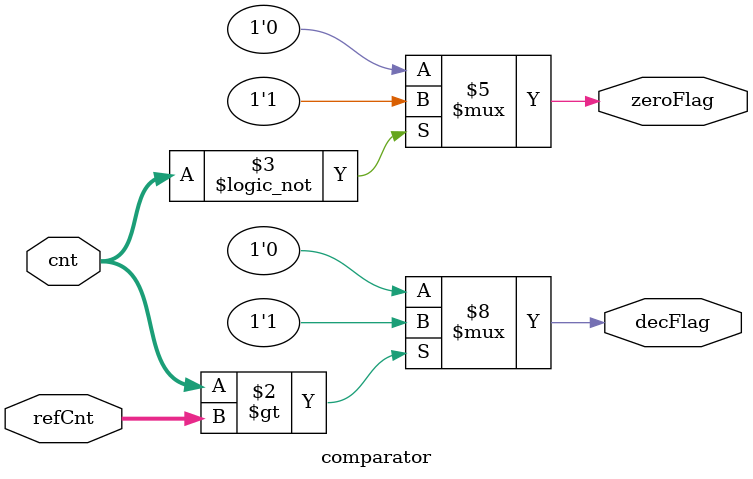
<source format=v>
`timescale 1ns / 1ps
module comparator(
    input [1:0] cnt,
    input [1:0] refCnt,
    output reg decFlag,
    output reg zeroFlag
    );
	
	always@(cnt,refCnt)
		begin
			if(cnt>refCnt)decFlag = 1;
			else decFlag = 0;
			if(cnt==2'b00)	zeroFlag = 1;
			else zeroFlag=0;
		end

endmodule

</source>
